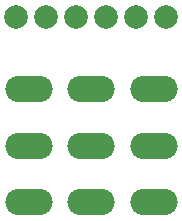
<source format=gbr>
%TF.GenerationSoftware,KiCad,Pcbnew,9.0.0*%
%TF.CreationDate,2025-02-28T17:36:00-08:00*%
%TF.ProjectId,3pdt board,33706474-2062-46f6-9172-642e6b696361,rev?*%
%TF.SameCoordinates,Original*%
%TF.FileFunction,Soldermask,Top*%
%TF.FilePolarity,Negative*%
%FSLAX46Y46*%
G04 Gerber Fmt 4.6, Leading zero omitted, Abs format (unit mm)*
G04 Created by KiCad (PCBNEW 9.0.0) date 2025-02-28 17:36:00*
%MOMM*%
%LPD*%
G01*
G04 APERTURE LIST*
%ADD10O,4.000000X2.250000*%
%ADD11C,2.000000*%
G04 APERTURE END LIST*
D10*
%TO.C,SW_3PDT1*%
X144900000Y-83900000D03*
X144900000Y-79100000D03*
X144900000Y-74300000D03*
X139600000Y-83900000D03*
X139600000Y-79100000D03*
X139600000Y-74300000D03*
X134300000Y-83900000D03*
X134300000Y-79100000D03*
X134300000Y-74300000D03*
%TD*%
D11*
%TO.C,OUT1*%
X143410000Y-68190000D03*
%TD*%
%TO.C,LED1*%
X138330000Y-68190000D03*
%TD*%
%TO.C,JO1*%
X145950000Y-68190000D03*
%TD*%
%TO.C,JI1*%
X133250000Y-68190000D03*
%TD*%
%TO.C,IN1*%
X135790000Y-68190000D03*
%TD*%
%TO.C,GND1*%
X140870000Y-68190000D03*
%TD*%
M02*

</source>
